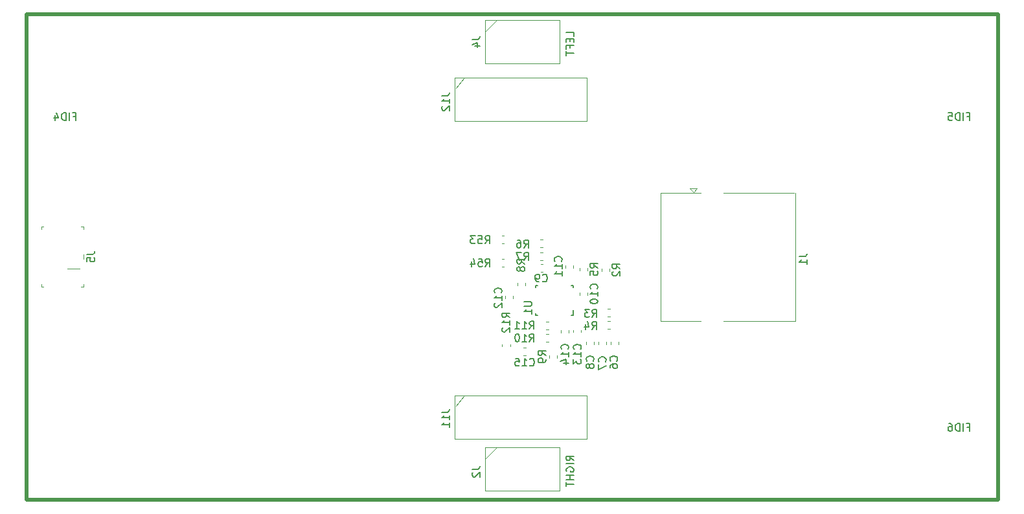
<source format=gbo>
G04 #@! TF.GenerationSoftware,KiCad,Pcbnew,(5.1.5)-3*
G04 #@! TF.CreationDate,2020-03-04T17:17:07-08:00*
G04 #@! TF.ProjectId,tail,7461696c-2e6b-4696-9361-645f70636258,rev?*
G04 #@! TF.SameCoordinates,Original*
G04 #@! TF.FileFunction,Legend,Bot*
G04 #@! TF.FilePolarity,Positive*
%FSLAX46Y46*%
G04 Gerber Fmt 4.6, Leading zero omitted, Abs format (unit mm)*
G04 Created by KiCad (PCBNEW (5.1.5)-3) date 2020-03-04 17:17:07*
%MOMM*%
%LPD*%
G04 APERTURE LIST*
%ADD10C,0.150000*%
%ADD11C,0.508000*%
%ADD12C,0.100000*%
%ADD13C,0.120000*%
%ADD14C,0.152400*%
G04 APERTURE END LIST*
D10*
X147772380Y-66357619D02*
X147772380Y-65881428D01*
X146772380Y-65881428D01*
X147248571Y-66690952D02*
X147248571Y-67024285D01*
X147772380Y-67167142D02*
X147772380Y-66690952D01*
X146772380Y-66690952D01*
X146772380Y-67167142D01*
X147248571Y-67929047D02*
X147248571Y-67595714D01*
X147772380Y-67595714D02*
X146772380Y-67595714D01*
X146772380Y-68071904D01*
X146772380Y-68310000D02*
X146772380Y-68881428D01*
X147772380Y-68595714D02*
X146772380Y-68595714D01*
X147772380Y-121856666D02*
X147296190Y-121523333D01*
X147772380Y-121285238D02*
X146772380Y-121285238D01*
X146772380Y-121666190D01*
X146820000Y-121761428D01*
X146867619Y-121809047D01*
X146962857Y-121856666D01*
X147105714Y-121856666D01*
X147200952Y-121809047D01*
X147248571Y-121761428D01*
X147296190Y-121666190D01*
X147296190Y-121285238D01*
X147772380Y-122285238D02*
X146772380Y-122285238D01*
X146820000Y-123285238D02*
X146772380Y-123190000D01*
X146772380Y-123047142D01*
X146820000Y-122904285D01*
X146915238Y-122809047D01*
X147010476Y-122761428D01*
X147200952Y-122713809D01*
X147343809Y-122713809D01*
X147534285Y-122761428D01*
X147629523Y-122809047D01*
X147724761Y-122904285D01*
X147772380Y-123047142D01*
X147772380Y-123142380D01*
X147724761Y-123285238D01*
X147677142Y-123332857D01*
X147343809Y-123332857D01*
X147343809Y-123142380D01*
X147772380Y-123761428D02*
X146772380Y-123761428D01*
X147248571Y-123761428D02*
X147248571Y-124332857D01*
X147772380Y-124332857D02*
X146772380Y-124332857D01*
X146772380Y-124666190D02*
X146772380Y-125237619D01*
X147772380Y-124951904D02*
X146772380Y-124951904D01*
D11*
X76200000Y-63500000D02*
X76200000Y-127000000D01*
X203200000Y-63500000D02*
X76200000Y-63500000D01*
X203200000Y-127000000D02*
X203200000Y-63500000D01*
X76200000Y-127000000D02*
X203200000Y-127000000D01*
D12*
X83150000Y-96800000D02*
X81550000Y-96800000D01*
X83650000Y-95200000D02*
X83650000Y-94900000D01*
X83650000Y-95200000D02*
X83650000Y-95500000D01*
X78150000Y-91300000D02*
X78450000Y-91300000D01*
X78150000Y-91300000D02*
X78150000Y-91600000D01*
X78150000Y-99100000D02*
X78450000Y-99100000D01*
X78150000Y-99100000D02*
X78150000Y-98800000D01*
X83650000Y-99100000D02*
X83650000Y-98800000D01*
X83650000Y-99100000D02*
X83350000Y-99100000D01*
X83650000Y-91300000D02*
X83650000Y-91600000D01*
X83650000Y-91300000D02*
X83350000Y-91300000D01*
D13*
X176698200Y-86855000D02*
X176698200Y-103655000D01*
X176598200Y-86855000D02*
X167298200Y-86855000D01*
X159098200Y-86855000D02*
X159098200Y-103655000D01*
X159098200Y-103655000D02*
X164398200Y-103655000D01*
X159098200Y-86855000D02*
X164398200Y-86855000D01*
X176698200Y-103655000D02*
X167298200Y-103655000D01*
X163398200Y-86805000D02*
X162898200Y-86305000D01*
X162898200Y-86305000D02*
X163898200Y-86305000D01*
X163898200Y-86305000D02*
X163398200Y-86805000D01*
D14*
X147675000Y-102851501D02*
X147675000Y-102201500D01*
X147425001Y-102851501D02*
X147675000Y-102851501D01*
X147425001Y-98951499D02*
X147675000Y-98951499D01*
X147675000Y-99201501D02*
X147675000Y-98951499D01*
X142775000Y-99201501D02*
X142775000Y-98951499D01*
X142775000Y-98951499D02*
X143024999Y-98951499D01*
X142775000Y-102851501D02*
X142775000Y-102601499D01*
X142775000Y-102851501D02*
X143024999Y-102851501D01*
D13*
X136144000Y-121666000D02*
X137668000Y-120142000D01*
X136144000Y-120142000D02*
X136144000Y-125806200D01*
X145897600Y-120142000D02*
X145897600Y-125806200D01*
X136144000Y-120142000D02*
X145897600Y-120142000D01*
X145897600Y-125806200D02*
X136144000Y-125806200D01*
X132334000Y-73152000D02*
X133350000Y-71882000D01*
X149504400Y-71805800D02*
X149504400Y-77495400D01*
X132232400Y-71805800D02*
X149504400Y-71805800D01*
X132232400Y-71805800D02*
X132232400Y-77470000D01*
X132232400Y-77470000D02*
X149504400Y-77495400D01*
X132334000Y-114681000D02*
X133350000Y-113411000D01*
X149504400Y-113334800D02*
X149504400Y-119024400D01*
X132232400Y-113334800D02*
X149504400Y-113334800D01*
X132232400Y-113334800D02*
X132232400Y-118999000D01*
X132232400Y-118999000D02*
X149504400Y-119024400D01*
X136144000Y-65786000D02*
X137668000Y-64262000D01*
X136144000Y-64262000D02*
X136144000Y-69926200D01*
X145897600Y-64262000D02*
X145897600Y-69926200D01*
X136144000Y-64262000D02*
X145897600Y-64262000D01*
X145897600Y-69926200D02*
X136144000Y-69926200D01*
X143412221Y-96137000D02*
X143737779Y-96137000D01*
X143412221Y-97157000D02*
X143737779Y-97157000D01*
X144540000Y-108412779D02*
X144540000Y-108087221D01*
X145560000Y-108412779D02*
X145560000Y-108087221D01*
X138415000Y-106962779D02*
X138415000Y-106637221D01*
X139435000Y-106962779D02*
X139435000Y-106637221D01*
X144437779Y-104710000D02*
X144112221Y-104710000D01*
X144437779Y-103690000D02*
X144112221Y-103690000D01*
X144437779Y-106360000D02*
X144112221Y-106360000D01*
X144437779Y-105340000D02*
X144112221Y-105340000D01*
X141410000Y-98662221D02*
X141410000Y-98987779D01*
X140390000Y-98662221D02*
X140390000Y-98987779D01*
X138662779Y-96522000D02*
X138337221Y-96522000D01*
X138662779Y-95502000D02*
X138337221Y-95502000D01*
X138662779Y-93435000D02*
X138337221Y-93435000D01*
X138662779Y-92415000D02*
X138337221Y-92415000D01*
X143387221Y-94613000D02*
X143712779Y-94613000D01*
X143387221Y-95633000D02*
X143712779Y-95633000D01*
X143362221Y-92962000D02*
X143687779Y-92962000D01*
X143362221Y-93982000D02*
X143687779Y-93982000D01*
X148515000Y-97012779D02*
X148515000Y-96687221D01*
X149535000Y-97012779D02*
X149535000Y-96687221D01*
X152537779Y-104660000D02*
X152212221Y-104660000D01*
X152537779Y-103640000D02*
X152212221Y-103640000D01*
X152537779Y-103060000D02*
X152212221Y-103060000D01*
X152537779Y-102040000D02*
X152212221Y-102040000D01*
X151415000Y-97112779D02*
X151415000Y-96787221D01*
X152435000Y-97112779D02*
X152435000Y-96787221D01*
X141512779Y-108085000D02*
X141187221Y-108085000D01*
X141512779Y-107065000D02*
X141187221Y-107065000D01*
X147135000Y-104787221D02*
X147135000Y-105112779D01*
X146115000Y-104787221D02*
X146115000Y-105112779D01*
X148735000Y-104774721D02*
X148735000Y-105100279D01*
X147715000Y-104774721D02*
X147715000Y-105100279D01*
X139810000Y-100337221D02*
X139810000Y-100662779D01*
X138790000Y-100337221D02*
X138790000Y-100662779D01*
X146683000Y-96682779D02*
X146683000Y-96357221D01*
X147703000Y-96682779D02*
X147703000Y-96357221D01*
X148515000Y-100212779D02*
X148515000Y-99887221D01*
X149535000Y-100212779D02*
X149535000Y-99887221D01*
X149415000Y-106662779D02*
X149415000Y-106337221D01*
X150435000Y-106662779D02*
X150435000Y-106337221D01*
X151015000Y-106662779D02*
X151015000Y-106337221D01*
X152035000Y-106662779D02*
X152035000Y-106337221D01*
X152615000Y-106662779D02*
X152615000Y-106337221D01*
X153635000Y-106662779D02*
X153635000Y-106337221D01*
D10*
X199191428Y-117498571D02*
X199524761Y-117498571D01*
X199524761Y-118022380D02*
X199524761Y-117022380D01*
X199048571Y-117022380D01*
X198667619Y-118022380D02*
X198667619Y-117022380D01*
X198191428Y-118022380D02*
X198191428Y-117022380D01*
X197953333Y-117022380D01*
X197810476Y-117070000D01*
X197715238Y-117165238D01*
X197667619Y-117260476D01*
X197620000Y-117450952D01*
X197620000Y-117593809D01*
X197667619Y-117784285D01*
X197715238Y-117879523D01*
X197810476Y-117974761D01*
X197953333Y-118022380D01*
X198191428Y-118022380D01*
X196762857Y-117022380D02*
X196953333Y-117022380D01*
X197048571Y-117070000D01*
X197096190Y-117117619D01*
X197191428Y-117260476D01*
X197239047Y-117450952D01*
X197239047Y-117831904D01*
X197191428Y-117927142D01*
X197143809Y-117974761D01*
X197048571Y-118022380D01*
X196858095Y-118022380D01*
X196762857Y-117974761D01*
X196715238Y-117927142D01*
X196667619Y-117831904D01*
X196667619Y-117593809D01*
X196715238Y-117498571D01*
X196762857Y-117450952D01*
X196858095Y-117403333D01*
X197048571Y-117403333D01*
X197143809Y-117450952D01*
X197191428Y-117498571D01*
X197239047Y-117593809D01*
X199191428Y-76858571D02*
X199524761Y-76858571D01*
X199524761Y-77382380D02*
X199524761Y-76382380D01*
X199048571Y-76382380D01*
X198667619Y-77382380D02*
X198667619Y-76382380D01*
X198191428Y-77382380D02*
X198191428Y-76382380D01*
X197953333Y-76382380D01*
X197810476Y-76430000D01*
X197715238Y-76525238D01*
X197667619Y-76620476D01*
X197620000Y-76810952D01*
X197620000Y-76953809D01*
X197667619Y-77144285D01*
X197715238Y-77239523D01*
X197810476Y-77334761D01*
X197953333Y-77382380D01*
X198191428Y-77382380D01*
X196715238Y-76382380D02*
X197191428Y-76382380D01*
X197239047Y-76858571D01*
X197191428Y-76810952D01*
X197096190Y-76763333D01*
X196858095Y-76763333D01*
X196762857Y-76810952D01*
X196715238Y-76858571D01*
X196667619Y-76953809D01*
X196667619Y-77191904D01*
X196715238Y-77287142D01*
X196762857Y-77334761D01*
X196858095Y-77382380D01*
X197096190Y-77382380D01*
X197191428Y-77334761D01*
X197239047Y-77287142D01*
X82351428Y-76858571D02*
X82684761Y-76858571D01*
X82684761Y-77382380D02*
X82684761Y-76382380D01*
X82208571Y-76382380D01*
X81827619Y-77382380D02*
X81827619Y-76382380D01*
X81351428Y-77382380D02*
X81351428Y-76382380D01*
X81113333Y-76382380D01*
X80970476Y-76430000D01*
X80875238Y-76525238D01*
X80827619Y-76620476D01*
X80780000Y-76810952D01*
X80780000Y-76953809D01*
X80827619Y-77144285D01*
X80875238Y-77239523D01*
X80970476Y-77334761D01*
X81113333Y-77382380D01*
X81351428Y-77382380D01*
X79922857Y-76715714D02*
X79922857Y-77382380D01*
X80160952Y-76334761D02*
X80399047Y-77049047D01*
X79780000Y-77049047D01*
X84132380Y-94866666D02*
X84846666Y-94866666D01*
X84989523Y-94819047D01*
X85084761Y-94723809D01*
X85132380Y-94580952D01*
X85132380Y-94485714D01*
X84132380Y-95819047D02*
X84132380Y-95342857D01*
X84608571Y-95295238D01*
X84560952Y-95342857D01*
X84513333Y-95438095D01*
X84513333Y-95676190D01*
X84560952Y-95771428D01*
X84608571Y-95819047D01*
X84703809Y-95866666D01*
X84941904Y-95866666D01*
X85037142Y-95819047D01*
X85084761Y-95771428D01*
X85132380Y-95676190D01*
X85132380Y-95438095D01*
X85084761Y-95342857D01*
X85037142Y-95295238D01*
X177252380Y-95170666D02*
X177966666Y-95170666D01*
X178109523Y-95123047D01*
X178204761Y-95027809D01*
X178252380Y-94884952D01*
X178252380Y-94789714D01*
X178252380Y-96170666D02*
X178252380Y-95599238D01*
X178252380Y-95884952D02*
X177252380Y-95884952D01*
X177395238Y-95789714D01*
X177490476Y-95694476D01*
X177538095Y-95599238D01*
X141252380Y-101089595D02*
X142061904Y-101089595D01*
X142157142Y-101137214D01*
X142204761Y-101184833D01*
X142252380Y-101280071D01*
X142252380Y-101470547D01*
X142204761Y-101565785D01*
X142157142Y-101613404D01*
X142061904Y-101661023D01*
X141252380Y-101661023D01*
X142252380Y-102661023D02*
X142252380Y-102089595D01*
X142252380Y-102375309D02*
X141252380Y-102375309D01*
X141395238Y-102280071D01*
X141490476Y-102184833D01*
X141538095Y-102089595D01*
X134490380Y-122986666D02*
X135204666Y-122986666D01*
X135347523Y-122939047D01*
X135442761Y-122843809D01*
X135490380Y-122700952D01*
X135490380Y-122605714D01*
X134585619Y-123415238D02*
X134538000Y-123462857D01*
X134490380Y-123558095D01*
X134490380Y-123796190D01*
X134538000Y-123891428D01*
X134585619Y-123939047D01*
X134680857Y-123986666D01*
X134776095Y-123986666D01*
X134918952Y-123939047D01*
X135490380Y-123367619D01*
X135490380Y-123986666D01*
X130516380Y-74120476D02*
X131230666Y-74120476D01*
X131373523Y-74072857D01*
X131468761Y-73977619D01*
X131516380Y-73834761D01*
X131516380Y-73739523D01*
X131516380Y-75120476D02*
X131516380Y-74549047D01*
X131516380Y-74834761D02*
X130516380Y-74834761D01*
X130659238Y-74739523D01*
X130754476Y-74644285D01*
X130802095Y-74549047D01*
X130611619Y-75501428D02*
X130564000Y-75549047D01*
X130516380Y-75644285D01*
X130516380Y-75882380D01*
X130564000Y-75977619D01*
X130611619Y-76025238D01*
X130706857Y-76072857D01*
X130802095Y-76072857D01*
X130944952Y-76025238D01*
X131516380Y-75453809D01*
X131516380Y-76072857D01*
X130516380Y-115522476D02*
X131230666Y-115522476D01*
X131373523Y-115474857D01*
X131468761Y-115379619D01*
X131516380Y-115236761D01*
X131516380Y-115141523D01*
X131516380Y-116522476D02*
X131516380Y-115951047D01*
X131516380Y-116236761D02*
X130516380Y-116236761D01*
X130659238Y-116141523D01*
X130754476Y-116046285D01*
X130802095Y-115951047D01*
X131516380Y-117474857D02*
X131516380Y-116903428D01*
X131516380Y-117189142D02*
X130516380Y-117189142D01*
X130659238Y-117093904D01*
X130754476Y-116998666D01*
X130802095Y-116903428D01*
X134494380Y-66762666D02*
X135208666Y-66762666D01*
X135351523Y-66715047D01*
X135446761Y-66619809D01*
X135494380Y-66476952D01*
X135494380Y-66381714D01*
X134827714Y-67667428D02*
X135494380Y-67667428D01*
X134446761Y-67429333D02*
X135161047Y-67191238D01*
X135161047Y-67810285D01*
X143676666Y-98401142D02*
X143724285Y-98448761D01*
X143867142Y-98496380D01*
X143962380Y-98496380D01*
X144105238Y-98448761D01*
X144200476Y-98353523D01*
X144248095Y-98258285D01*
X144295714Y-98067809D01*
X144295714Y-97924952D01*
X144248095Y-97734476D01*
X144200476Y-97639238D01*
X144105238Y-97544000D01*
X143962380Y-97496380D01*
X143867142Y-97496380D01*
X143724285Y-97544000D01*
X143676666Y-97591619D01*
X143200476Y-98496380D02*
X143010000Y-98496380D01*
X142914761Y-98448761D01*
X142867142Y-98401142D01*
X142771904Y-98258285D01*
X142724285Y-98067809D01*
X142724285Y-97686857D01*
X142771904Y-97591619D01*
X142819523Y-97544000D01*
X142914761Y-97496380D01*
X143105238Y-97496380D01*
X143200476Y-97544000D01*
X143248095Y-97591619D01*
X143295714Y-97686857D01*
X143295714Y-97924952D01*
X143248095Y-98020190D01*
X143200476Y-98067809D01*
X143105238Y-98115428D01*
X142914761Y-98115428D01*
X142819523Y-98067809D01*
X142771904Y-98020190D01*
X142724285Y-97924952D01*
X144102380Y-108108333D02*
X143626190Y-107775000D01*
X144102380Y-107536904D02*
X143102380Y-107536904D01*
X143102380Y-107917857D01*
X143150000Y-108013095D01*
X143197619Y-108060714D01*
X143292857Y-108108333D01*
X143435714Y-108108333D01*
X143530952Y-108060714D01*
X143578571Y-108013095D01*
X143626190Y-107917857D01*
X143626190Y-107536904D01*
X144102380Y-108584523D02*
X144102380Y-108775000D01*
X144054761Y-108870238D01*
X144007142Y-108917857D01*
X143864285Y-109013095D01*
X143673809Y-109060714D01*
X143292857Y-109060714D01*
X143197619Y-109013095D01*
X143150000Y-108965476D01*
X143102380Y-108870238D01*
X143102380Y-108679761D01*
X143150000Y-108584523D01*
X143197619Y-108536904D01*
X143292857Y-108489285D01*
X143530952Y-108489285D01*
X143626190Y-108536904D01*
X143673809Y-108584523D01*
X143721428Y-108679761D01*
X143721428Y-108870238D01*
X143673809Y-108965476D01*
X143626190Y-109013095D01*
X143530952Y-109060714D01*
X139402380Y-103157142D02*
X138926190Y-102823809D01*
X139402380Y-102585714D02*
X138402380Y-102585714D01*
X138402380Y-102966666D01*
X138450000Y-103061904D01*
X138497619Y-103109523D01*
X138592857Y-103157142D01*
X138735714Y-103157142D01*
X138830952Y-103109523D01*
X138878571Y-103061904D01*
X138926190Y-102966666D01*
X138926190Y-102585714D01*
X139402380Y-104109523D02*
X139402380Y-103538095D01*
X139402380Y-103823809D02*
X138402380Y-103823809D01*
X138545238Y-103728571D01*
X138640476Y-103633333D01*
X138688095Y-103538095D01*
X138497619Y-104490476D02*
X138450000Y-104538095D01*
X138402380Y-104633333D01*
X138402380Y-104871428D01*
X138450000Y-104966666D01*
X138497619Y-105014285D01*
X138592857Y-105061904D01*
X138688095Y-105061904D01*
X138830952Y-105014285D01*
X139402380Y-104442857D01*
X139402380Y-105061904D01*
X141967857Y-104652380D02*
X142301190Y-104176190D01*
X142539285Y-104652380D02*
X142539285Y-103652380D01*
X142158333Y-103652380D01*
X142063095Y-103700000D01*
X142015476Y-103747619D01*
X141967857Y-103842857D01*
X141967857Y-103985714D01*
X142015476Y-104080952D01*
X142063095Y-104128571D01*
X142158333Y-104176190D01*
X142539285Y-104176190D01*
X141015476Y-104652380D02*
X141586904Y-104652380D01*
X141301190Y-104652380D02*
X141301190Y-103652380D01*
X141396428Y-103795238D01*
X141491666Y-103890476D01*
X141586904Y-103938095D01*
X140063095Y-104652380D02*
X140634523Y-104652380D01*
X140348809Y-104652380D02*
X140348809Y-103652380D01*
X140444047Y-103795238D01*
X140539285Y-103890476D01*
X140634523Y-103938095D01*
X141967857Y-106302380D02*
X142301190Y-105826190D01*
X142539285Y-106302380D02*
X142539285Y-105302380D01*
X142158333Y-105302380D01*
X142063095Y-105350000D01*
X142015476Y-105397619D01*
X141967857Y-105492857D01*
X141967857Y-105635714D01*
X142015476Y-105730952D01*
X142063095Y-105778571D01*
X142158333Y-105826190D01*
X142539285Y-105826190D01*
X141015476Y-106302380D02*
X141586904Y-106302380D01*
X141301190Y-106302380D02*
X141301190Y-105302380D01*
X141396428Y-105445238D01*
X141491666Y-105540476D01*
X141586904Y-105588095D01*
X140396428Y-105302380D02*
X140301190Y-105302380D01*
X140205952Y-105350000D01*
X140158333Y-105397619D01*
X140110714Y-105492857D01*
X140063095Y-105683333D01*
X140063095Y-105921428D01*
X140110714Y-106111904D01*
X140158333Y-106207142D01*
X140205952Y-106254761D01*
X140301190Y-106302380D01*
X140396428Y-106302380D01*
X140491666Y-106254761D01*
X140539285Y-106207142D01*
X140586904Y-106111904D01*
X140634523Y-105921428D01*
X140634523Y-105683333D01*
X140586904Y-105492857D01*
X140539285Y-105397619D01*
X140491666Y-105350000D01*
X140396428Y-105302380D01*
X141352380Y-96133333D02*
X140876190Y-95800000D01*
X141352380Y-95561904D02*
X140352380Y-95561904D01*
X140352380Y-95942857D01*
X140400000Y-96038095D01*
X140447619Y-96085714D01*
X140542857Y-96133333D01*
X140685714Y-96133333D01*
X140780952Y-96085714D01*
X140828571Y-96038095D01*
X140876190Y-95942857D01*
X140876190Y-95561904D01*
X140780952Y-96704761D02*
X140733333Y-96609523D01*
X140685714Y-96561904D01*
X140590476Y-96514285D01*
X140542857Y-96514285D01*
X140447619Y-96561904D01*
X140400000Y-96609523D01*
X140352380Y-96704761D01*
X140352380Y-96895238D01*
X140400000Y-96990476D01*
X140447619Y-97038095D01*
X140542857Y-97085714D01*
X140590476Y-97085714D01*
X140685714Y-97038095D01*
X140733333Y-96990476D01*
X140780952Y-96895238D01*
X140780952Y-96704761D01*
X140828571Y-96609523D01*
X140876190Y-96561904D01*
X140971428Y-96514285D01*
X141161904Y-96514285D01*
X141257142Y-96561904D01*
X141304761Y-96609523D01*
X141352380Y-96704761D01*
X141352380Y-96895238D01*
X141304761Y-96990476D01*
X141257142Y-97038095D01*
X141161904Y-97085714D01*
X140971428Y-97085714D01*
X140876190Y-97038095D01*
X140828571Y-96990476D01*
X140780952Y-96895238D01*
X136192857Y-96489380D02*
X136526190Y-96013190D01*
X136764285Y-96489380D02*
X136764285Y-95489380D01*
X136383333Y-95489380D01*
X136288095Y-95537000D01*
X136240476Y-95584619D01*
X136192857Y-95679857D01*
X136192857Y-95822714D01*
X136240476Y-95917952D01*
X136288095Y-95965571D01*
X136383333Y-96013190D01*
X136764285Y-96013190D01*
X135288095Y-95489380D02*
X135764285Y-95489380D01*
X135811904Y-95965571D01*
X135764285Y-95917952D01*
X135669047Y-95870333D01*
X135430952Y-95870333D01*
X135335714Y-95917952D01*
X135288095Y-95965571D01*
X135240476Y-96060809D01*
X135240476Y-96298904D01*
X135288095Y-96394142D01*
X135335714Y-96441761D01*
X135430952Y-96489380D01*
X135669047Y-96489380D01*
X135764285Y-96441761D01*
X135811904Y-96394142D01*
X134383333Y-95822714D02*
X134383333Y-96489380D01*
X134621428Y-95441761D02*
X134859523Y-96156047D01*
X134240476Y-96156047D01*
X136167857Y-93477380D02*
X136501190Y-93001190D01*
X136739285Y-93477380D02*
X136739285Y-92477380D01*
X136358333Y-92477380D01*
X136263095Y-92525000D01*
X136215476Y-92572619D01*
X136167857Y-92667857D01*
X136167857Y-92810714D01*
X136215476Y-92905952D01*
X136263095Y-92953571D01*
X136358333Y-93001190D01*
X136739285Y-93001190D01*
X135263095Y-92477380D02*
X135739285Y-92477380D01*
X135786904Y-92953571D01*
X135739285Y-92905952D01*
X135644047Y-92858333D01*
X135405952Y-92858333D01*
X135310714Y-92905952D01*
X135263095Y-92953571D01*
X135215476Y-93048809D01*
X135215476Y-93286904D01*
X135263095Y-93382142D01*
X135310714Y-93429761D01*
X135405952Y-93477380D01*
X135644047Y-93477380D01*
X135739285Y-93429761D01*
X135786904Y-93382142D01*
X134882142Y-92477380D02*
X134263095Y-92477380D01*
X134596428Y-92858333D01*
X134453571Y-92858333D01*
X134358333Y-92905952D01*
X134310714Y-92953571D01*
X134263095Y-93048809D01*
X134263095Y-93286904D01*
X134310714Y-93382142D01*
X134358333Y-93429761D01*
X134453571Y-93477380D01*
X134739285Y-93477380D01*
X134834523Y-93429761D01*
X134882142Y-93382142D01*
X141241666Y-95650380D02*
X141575000Y-95174190D01*
X141813095Y-95650380D02*
X141813095Y-94650380D01*
X141432142Y-94650380D01*
X141336904Y-94698000D01*
X141289285Y-94745619D01*
X141241666Y-94840857D01*
X141241666Y-94983714D01*
X141289285Y-95078952D01*
X141336904Y-95126571D01*
X141432142Y-95174190D01*
X141813095Y-95174190D01*
X140908333Y-94650380D02*
X140241666Y-94650380D01*
X140670238Y-95650380D01*
X141241666Y-94024380D02*
X141575000Y-93548190D01*
X141813095Y-94024380D02*
X141813095Y-93024380D01*
X141432142Y-93024380D01*
X141336904Y-93072000D01*
X141289285Y-93119619D01*
X141241666Y-93214857D01*
X141241666Y-93357714D01*
X141289285Y-93452952D01*
X141336904Y-93500571D01*
X141432142Y-93548190D01*
X141813095Y-93548190D01*
X140384523Y-93024380D02*
X140575000Y-93024380D01*
X140670238Y-93072000D01*
X140717857Y-93119619D01*
X140813095Y-93262476D01*
X140860714Y-93452952D01*
X140860714Y-93833904D01*
X140813095Y-93929142D01*
X140765476Y-93976761D01*
X140670238Y-94024380D01*
X140479761Y-94024380D01*
X140384523Y-93976761D01*
X140336904Y-93929142D01*
X140289285Y-93833904D01*
X140289285Y-93595809D01*
X140336904Y-93500571D01*
X140384523Y-93452952D01*
X140479761Y-93405333D01*
X140670238Y-93405333D01*
X140765476Y-93452952D01*
X140813095Y-93500571D01*
X140860714Y-93595809D01*
X150907380Y-96683333D02*
X150431190Y-96350000D01*
X150907380Y-96111904D02*
X149907380Y-96111904D01*
X149907380Y-96492857D01*
X149955000Y-96588095D01*
X150002619Y-96635714D01*
X150097857Y-96683333D01*
X150240714Y-96683333D01*
X150335952Y-96635714D01*
X150383571Y-96588095D01*
X150431190Y-96492857D01*
X150431190Y-96111904D01*
X149907380Y-97588095D02*
X149907380Y-97111904D01*
X150383571Y-97064285D01*
X150335952Y-97111904D01*
X150288333Y-97207142D01*
X150288333Y-97445238D01*
X150335952Y-97540476D01*
X150383571Y-97588095D01*
X150478809Y-97635714D01*
X150716904Y-97635714D01*
X150812142Y-97588095D01*
X150859761Y-97540476D01*
X150907380Y-97445238D01*
X150907380Y-97207142D01*
X150859761Y-97111904D01*
X150812142Y-97064285D01*
X150141666Y-104702380D02*
X150475000Y-104226190D01*
X150713095Y-104702380D02*
X150713095Y-103702380D01*
X150332142Y-103702380D01*
X150236904Y-103750000D01*
X150189285Y-103797619D01*
X150141666Y-103892857D01*
X150141666Y-104035714D01*
X150189285Y-104130952D01*
X150236904Y-104178571D01*
X150332142Y-104226190D01*
X150713095Y-104226190D01*
X149284523Y-104035714D02*
X149284523Y-104702380D01*
X149522619Y-103654761D02*
X149760714Y-104369047D01*
X149141666Y-104369047D01*
X150141666Y-103102380D02*
X150475000Y-102626190D01*
X150713095Y-103102380D02*
X150713095Y-102102380D01*
X150332142Y-102102380D01*
X150236904Y-102150000D01*
X150189285Y-102197619D01*
X150141666Y-102292857D01*
X150141666Y-102435714D01*
X150189285Y-102530952D01*
X150236904Y-102578571D01*
X150332142Y-102626190D01*
X150713095Y-102626190D01*
X149808333Y-102102380D02*
X149189285Y-102102380D01*
X149522619Y-102483333D01*
X149379761Y-102483333D01*
X149284523Y-102530952D01*
X149236904Y-102578571D01*
X149189285Y-102673809D01*
X149189285Y-102911904D01*
X149236904Y-103007142D01*
X149284523Y-103054761D01*
X149379761Y-103102380D01*
X149665476Y-103102380D01*
X149760714Y-103054761D01*
X149808333Y-103007142D01*
X153807380Y-96783333D02*
X153331190Y-96450000D01*
X153807380Y-96211904D02*
X152807380Y-96211904D01*
X152807380Y-96592857D01*
X152855000Y-96688095D01*
X152902619Y-96735714D01*
X152997857Y-96783333D01*
X153140714Y-96783333D01*
X153235952Y-96735714D01*
X153283571Y-96688095D01*
X153331190Y-96592857D01*
X153331190Y-96211904D01*
X152902619Y-97164285D02*
X152855000Y-97211904D01*
X152807380Y-97307142D01*
X152807380Y-97545238D01*
X152855000Y-97640476D01*
X152902619Y-97688095D01*
X152997857Y-97735714D01*
X153093095Y-97735714D01*
X153235952Y-97688095D01*
X153807380Y-97116666D01*
X153807380Y-97735714D01*
X141992857Y-109407142D02*
X142040476Y-109454761D01*
X142183333Y-109502380D01*
X142278571Y-109502380D01*
X142421428Y-109454761D01*
X142516666Y-109359523D01*
X142564285Y-109264285D01*
X142611904Y-109073809D01*
X142611904Y-108930952D01*
X142564285Y-108740476D01*
X142516666Y-108645238D01*
X142421428Y-108550000D01*
X142278571Y-108502380D01*
X142183333Y-108502380D01*
X142040476Y-108550000D01*
X141992857Y-108597619D01*
X141040476Y-109502380D02*
X141611904Y-109502380D01*
X141326190Y-109502380D02*
X141326190Y-108502380D01*
X141421428Y-108645238D01*
X141516666Y-108740476D01*
X141611904Y-108788095D01*
X140135714Y-108502380D02*
X140611904Y-108502380D01*
X140659523Y-108978571D01*
X140611904Y-108930952D01*
X140516666Y-108883333D01*
X140278571Y-108883333D01*
X140183333Y-108930952D01*
X140135714Y-108978571D01*
X140088095Y-109073809D01*
X140088095Y-109311904D01*
X140135714Y-109407142D01*
X140183333Y-109454761D01*
X140278571Y-109502380D01*
X140516666Y-109502380D01*
X140611904Y-109454761D01*
X140659523Y-109407142D01*
X146982142Y-107307142D02*
X147029761Y-107259523D01*
X147077380Y-107116666D01*
X147077380Y-107021428D01*
X147029761Y-106878571D01*
X146934523Y-106783333D01*
X146839285Y-106735714D01*
X146648809Y-106688095D01*
X146505952Y-106688095D01*
X146315476Y-106735714D01*
X146220238Y-106783333D01*
X146125000Y-106878571D01*
X146077380Y-107021428D01*
X146077380Y-107116666D01*
X146125000Y-107259523D01*
X146172619Y-107307142D01*
X147077380Y-108259523D02*
X147077380Y-107688095D01*
X147077380Y-107973809D02*
X146077380Y-107973809D01*
X146220238Y-107878571D01*
X146315476Y-107783333D01*
X146363095Y-107688095D01*
X146410714Y-109116666D02*
X147077380Y-109116666D01*
X146029761Y-108878571D02*
X146744047Y-108640476D01*
X146744047Y-109259523D01*
X148632142Y-107294642D02*
X148679761Y-107247023D01*
X148727380Y-107104166D01*
X148727380Y-107008928D01*
X148679761Y-106866071D01*
X148584523Y-106770833D01*
X148489285Y-106723214D01*
X148298809Y-106675595D01*
X148155952Y-106675595D01*
X147965476Y-106723214D01*
X147870238Y-106770833D01*
X147775000Y-106866071D01*
X147727380Y-107008928D01*
X147727380Y-107104166D01*
X147775000Y-107247023D01*
X147822619Y-107294642D01*
X148727380Y-108247023D02*
X148727380Y-107675595D01*
X148727380Y-107961309D02*
X147727380Y-107961309D01*
X147870238Y-107866071D01*
X147965476Y-107770833D01*
X148013095Y-107675595D01*
X147727380Y-108580357D02*
X147727380Y-109199404D01*
X148108333Y-108866071D01*
X148108333Y-109008928D01*
X148155952Y-109104166D01*
X148203571Y-109151785D01*
X148298809Y-109199404D01*
X148536904Y-109199404D01*
X148632142Y-109151785D01*
X148679761Y-109104166D01*
X148727380Y-109008928D01*
X148727380Y-108723214D01*
X148679761Y-108627976D01*
X148632142Y-108580357D01*
X138279142Y-99941142D02*
X138326761Y-99893523D01*
X138374380Y-99750666D01*
X138374380Y-99655428D01*
X138326761Y-99512571D01*
X138231523Y-99417333D01*
X138136285Y-99369714D01*
X137945809Y-99322095D01*
X137802952Y-99322095D01*
X137612476Y-99369714D01*
X137517238Y-99417333D01*
X137422000Y-99512571D01*
X137374380Y-99655428D01*
X137374380Y-99750666D01*
X137422000Y-99893523D01*
X137469619Y-99941142D01*
X138374380Y-100893523D02*
X138374380Y-100322095D01*
X138374380Y-100607809D02*
X137374380Y-100607809D01*
X137517238Y-100512571D01*
X137612476Y-100417333D01*
X137660095Y-100322095D01*
X137469619Y-101274476D02*
X137422000Y-101322095D01*
X137374380Y-101417333D01*
X137374380Y-101655428D01*
X137422000Y-101750666D01*
X137469619Y-101798285D01*
X137564857Y-101845904D01*
X137660095Y-101845904D01*
X137802952Y-101798285D01*
X138374380Y-101226857D01*
X138374380Y-101845904D01*
X146125142Y-95802142D02*
X146172761Y-95754523D01*
X146220380Y-95611666D01*
X146220380Y-95516428D01*
X146172761Y-95373571D01*
X146077523Y-95278333D01*
X145982285Y-95230714D01*
X145791809Y-95183095D01*
X145648952Y-95183095D01*
X145458476Y-95230714D01*
X145363238Y-95278333D01*
X145268000Y-95373571D01*
X145220380Y-95516428D01*
X145220380Y-95611666D01*
X145268000Y-95754523D01*
X145315619Y-95802142D01*
X146220380Y-96754523D02*
X146220380Y-96183095D01*
X146220380Y-96468809D02*
X145220380Y-96468809D01*
X145363238Y-96373571D01*
X145458476Y-96278333D01*
X145506095Y-96183095D01*
X146220380Y-97706904D02*
X146220380Y-97135476D01*
X146220380Y-97421190D02*
X145220380Y-97421190D01*
X145363238Y-97325952D01*
X145458476Y-97230714D01*
X145506095Y-97135476D01*
X150812142Y-99407142D02*
X150859761Y-99359523D01*
X150907380Y-99216666D01*
X150907380Y-99121428D01*
X150859761Y-98978571D01*
X150764523Y-98883333D01*
X150669285Y-98835714D01*
X150478809Y-98788095D01*
X150335952Y-98788095D01*
X150145476Y-98835714D01*
X150050238Y-98883333D01*
X149955000Y-98978571D01*
X149907380Y-99121428D01*
X149907380Y-99216666D01*
X149955000Y-99359523D01*
X150002619Y-99407142D01*
X150907380Y-100359523D02*
X150907380Y-99788095D01*
X150907380Y-100073809D02*
X149907380Y-100073809D01*
X150050238Y-99978571D01*
X150145476Y-99883333D01*
X150193095Y-99788095D01*
X149907380Y-100978571D02*
X149907380Y-101073809D01*
X149955000Y-101169047D01*
X150002619Y-101216666D01*
X150097857Y-101264285D01*
X150288333Y-101311904D01*
X150526428Y-101311904D01*
X150716904Y-101264285D01*
X150812142Y-101216666D01*
X150859761Y-101169047D01*
X150907380Y-101073809D01*
X150907380Y-100978571D01*
X150859761Y-100883333D01*
X150812142Y-100835714D01*
X150716904Y-100788095D01*
X150526428Y-100740476D01*
X150288333Y-100740476D01*
X150097857Y-100788095D01*
X150002619Y-100835714D01*
X149955000Y-100883333D01*
X149907380Y-100978571D01*
X150282142Y-108833333D02*
X150329761Y-108785714D01*
X150377380Y-108642857D01*
X150377380Y-108547619D01*
X150329761Y-108404761D01*
X150234523Y-108309523D01*
X150139285Y-108261904D01*
X149948809Y-108214285D01*
X149805952Y-108214285D01*
X149615476Y-108261904D01*
X149520238Y-108309523D01*
X149425000Y-108404761D01*
X149377380Y-108547619D01*
X149377380Y-108642857D01*
X149425000Y-108785714D01*
X149472619Y-108833333D01*
X149805952Y-109404761D02*
X149758333Y-109309523D01*
X149710714Y-109261904D01*
X149615476Y-109214285D01*
X149567857Y-109214285D01*
X149472619Y-109261904D01*
X149425000Y-109309523D01*
X149377380Y-109404761D01*
X149377380Y-109595238D01*
X149425000Y-109690476D01*
X149472619Y-109738095D01*
X149567857Y-109785714D01*
X149615476Y-109785714D01*
X149710714Y-109738095D01*
X149758333Y-109690476D01*
X149805952Y-109595238D01*
X149805952Y-109404761D01*
X149853571Y-109309523D01*
X149901190Y-109261904D01*
X149996428Y-109214285D01*
X150186904Y-109214285D01*
X150282142Y-109261904D01*
X150329761Y-109309523D01*
X150377380Y-109404761D01*
X150377380Y-109595238D01*
X150329761Y-109690476D01*
X150282142Y-109738095D01*
X150186904Y-109785714D01*
X149996428Y-109785714D01*
X149901190Y-109738095D01*
X149853571Y-109690476D01*
X149805952Y-109595238D01*
X151882142Y-108933333D02*
X151929761Y-108885714D01*
X151977380Y-108742857D01*
X151977380Y-108647619D01*
X151929761Y-108504761D01*
X151834523Y-108409523D01*
X151739285Y-108361904D01*
X151548809Y-108314285D01*
X151405952Y-108314285D01*
X151215476Y-108361904D01*
X151120238Y-108409523D01*
X151025000Y-108504761D01*
X150977380Y-108647619D01*
X150977380Y-108742857D01*
X151025000Y-108885714D01*
X151072619Y-108933333D01*
X150977380Y-109266666D02*
X150977380Y-109933333D01*
X151977380Y-109504761D01*
X153382142Y-108833333D02*
X153429761Y-108785714D01*
X153477380Y-108642857D01*
X153477380Y-108547619D01*
X153429761Y-108404761D01*
X153334523Y-108309523D01*
X153239285Y-108261904D01*
X153048809Y-108214285D01*
X152905952Y-108214285D01*
X152715476Y-108261904D01*
X152620238Y-108309523D01*
X152525000Y-108404761D01*
X152477380Y-108547619D01*
X152477380Y-108642857D01*
X152525000Y-108785714D01*
X152572619Y-108833333D01*
X152477380Y-109690476D02*
X152477380Y-109500000D01*
X152525000Y-109404761D01*
X152572619Y-109357142D01*
X152715476Y-109261904D01*
X152905952Y-109214285D01*
X153286904Y-109214285D01*
X153382142Y-109261904D01*
X153429761Y-109309523D01*
X153477380Y-109404761D01*
X153477380Y-109595238D01*
X153429761Y-109690476D01*
X153382142Y-109738095D01*
X153286904Y-109785714D01*
X153048809Y-109785714D01*
X152953571Y-109738095D01*
X152905952Y-109690476D01*
X152858333Y-109595238D01*
X152858333Y-109404761D01*
X152905952Y-109309523D01*
X152953571Y-109261904D01*
X153048809Y-109214285D01*
M02*

</source>
